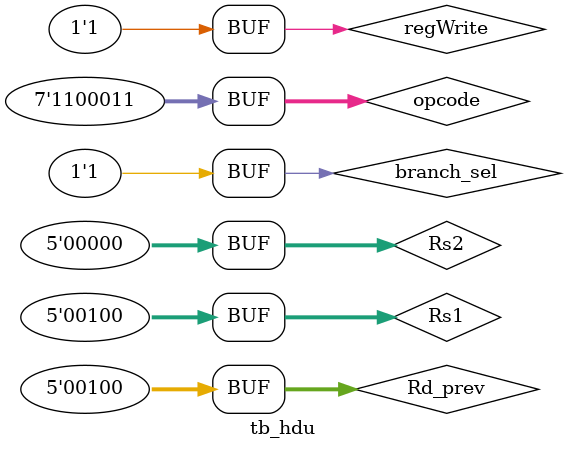
<source format=v>

`timescale 1ns/1ns
module tb_hdu();

reg regWrite,branch_sel;
reg [4:0] Rd_prev,Rs1,Rs2;
reg [6:0] opcode;
wire stall;

hazard_detection_unit DUT(regWrite, branch_sel, opcode, Rd_prev, Rs1, Rs2, stall);

initial

begin
	
regWrite = 1'b0; branch_sel = 1'b0; opcode = 7'b0011000; Rd_prev = 5'b00000; Rs1 = 5'b00000; Rs2 = 5'b00000; #10;
regWrite = 1'b1; branch_sel = 1'b0; opcode = 7'b0011000; Rd_prev = 5'b00100; Rs1 = 5'b00100; Rs2 = 5'b00000; #10;	//Stall
regWrite = 1'b1; branch_sel = 1'b0; opcode = 7'b0011000; Rd_prev = 5'b00100; Rs1 = 5'b00000; Rs2 = 5'b00000; #10;

regWrite = 1'b0; branch_sel = 1'b0; opcode = 7'b1100011; Rd_prev = 5'b00000; Rs1 = 5'b00000; Rs2 = 5'b00000; #10;	//Stall
regWrite = 1'b0; branch_sel = 1'b0; opcode = 7'b0000011; Rd_prev = 5'b00000; Rs1 = 5'b00000; Rs2 = 5'b00000; #10;	//Stall
regWrite = 1'b0; branch_sel = 1'b0; opcode = 7'b1000011; Rd_prev = 5'b00000; Rs1 = 5'b00000; Rs2 = 5'b00000; #10;	//Stall
regWrite = 1'b0; branch_sel = 1'b1; opcode = 7'b1000011; Rd_prev = 5'b00000; Rs1 = 5'b00000; Rs2 = 5'b00000; #10;

regWrite = 1'b1; branch_sel = 1'b1; opcode = 7'b1100011; Rd_prev = 5'b00100; Rs1 = 5'b00100; Rs2 = 5'b00000; #10;	//Stall

end

endmodule // tb_hdu
</source>
